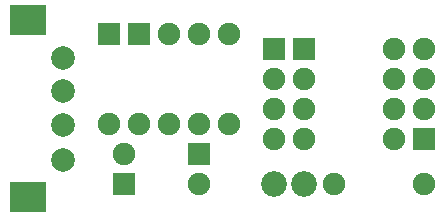
<source format=gts>
G04 (created by PCBNEW-RS274X (2012-apr-16-27)-stable) date Thursday 03 April 2014 09:48:40 AM IST*
G01*
G70*
G90*
%MOIN*%
G04 Gerber Fmt 3.4, Leading zero omitted, Abs format*
%FSLAX34Y34*%
G04 APERTURE LIST*
%ADD10C,0.006000*%
%ADD11R,0.075000X0.075000*%
%ADD12C,0.075000*%
%ADD13C,0.086000*%
%ADD14C,0.079100*%
%ADD15R,0.118400X0.098700*%
G04 APERTURE END LIST*
G54D10*
G54D11*
X62500Y-38000D03*
G54D12*
X62500Y-39000D03*
X62500Y-40000D03*
X62500Y-41000D03*
G54D11*
X67500Y-41000D03*
G54D12*
X67500Y-40000D03*
X67500Y-39000D03*
X67500Y-38000D03*
G54D11*
X63500Y-38000D03*
G54D12*
X63500Y-39000D03*
X63500Y-40000D03*
X63500Y-41000D03*
X66500Y-41000D03*
X66500Y-40000D03*
X66500Y-39000D03*
X66500Y-38000D03*
G54D11*
X57500Y-42500D03*
G54D12*
X57500Y-41500D03*
G54D11*
X60000Y-41500D03*
G54D12*
X60000Y-42500D03*
G54D11*
X57000Y-37500D03*
G54D12*
X57000Y-40500D03*
G54D11*
X58000Y-37500D03*
G54D12*
X58000Y-40500D03*
G54D13*
X63500Y-42500D03*
X62500Y-42500D03*
G54D12*
X59000Y-40500D03*
X59000Y-37500D03*
X61000Y-37500D03*
X61000Y-40500D03*
X60000Y-37500D03*
X60000Y-40500D03*
X64500Y-42500D03*
X67500Y-42500D03*
G54D14*
X55450Y-39400D03*
X55450Y-40550D03*
X55450Y-41700D03*
X55450Y-38300D03*
G54D15*
X54300Y-42950D03*
X54300Y-37050D03*
M02*

</source>
